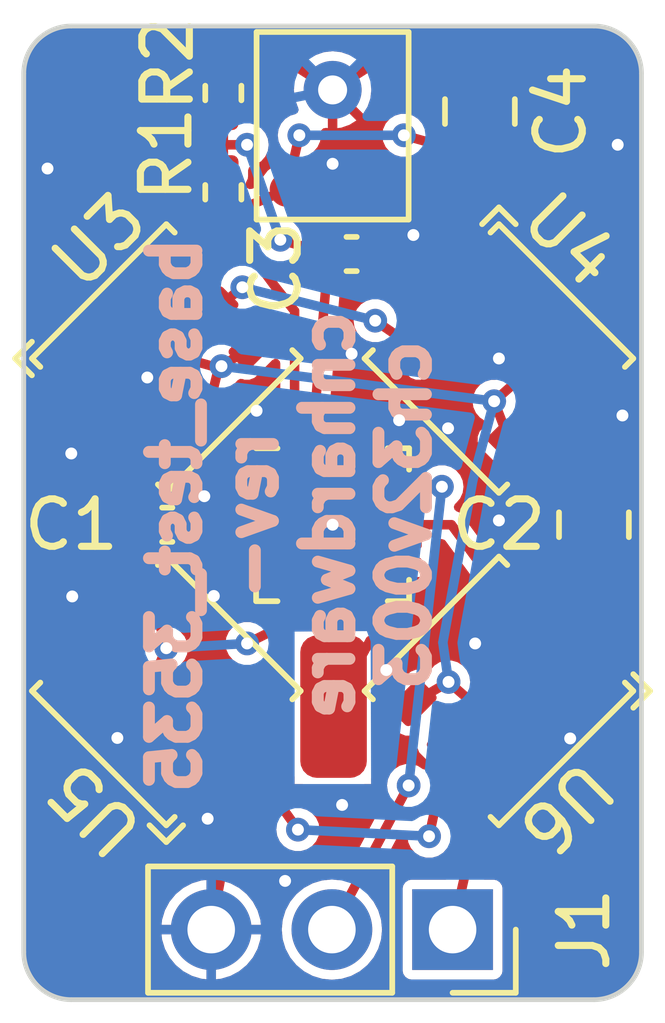
<source format=kicad_pcb>
(kicad_pcb (version 20221018) (generator pcbnew)
  (layers (0 "F.Cu" signal) (31 "B.Cu" signal) (34 "B.Paste" user) (35 "F.Paste" user) (36 "B.SilkS" user "B.Silkscreen") (37 "F.SilkS" user "F.Silkscreen") (38 "B.Mask" user) (39 "F.Mask" user) (44 "Edge.Cuts" user))
  (net 0 "")
  (net 1 "VDD")
  (net 2 "GND")
  (net 3 "Net-(U2-OUT)")
  (net 4 "VCCMON")
  (net 5 "PD6")
  (net 6 "SWIO")
  (net 7 "PD7NRST")
  (net 8 "A1")
  (net 9 "A0")
  (net 11 "PC0")
  (net 12 "PC1")
  (net 13 "PC2")
  (net 15 "A2")
  (net 17 "WS2812B")
  (net 23 "Net-(U3-DIN)")
  (net 24 "Net-(U3-DOUT)")
  (net 28 "Net-(U5-DIN)")
  (footprint "cnhardware:touchpad_10x6.5mm_retircle" (layer "F.Cu") (at 83.52 64.33 180)
    (fp_text reference "J2" hide)
    (fp_text value "~")
    (pad "1" smd roundrect (at 0 0 180) (size 1.4 3) (layers "F.Cu") (net 15 "A2"))
  )
  (footprint "cnhardware:LC8812BC-3535RGBY" (layer "F.Cu") (at 87 64 -135)
    (fp_text reference "U6" (at 0.75 -2.75 -135 unlocked) (layer "F.SilkS"))
    (fp_text value "~")
    (fp_line (start -2.25 -2.25) (end -1.75 -2.25) (stroke (width 0.12)) (layer "F.SilkS"))
    (fp_line (start -2.25 -1.75) (end -2.25 -2.25) (stroke (width 0.12)) (layer "F.SilkS"))
    (fp_line (start -2 -2) (end 2 -2) (stroke (width 0.12)) (layer "F.SilkS"))
    (fp_line (start -2 -1.75) (end -2 -2) (stroke (width 0.12)) (layer "F.SilkS"))
    (fp_line (start -2 1.75) (end -2 2) (stroke (width 0.12)) (layer "F.SilkS"))
    (fp_line (start -2 2) (end 2 2) (stroke (width 0.12)) (layer "F.SilkS"))
    (fp_line (start 2 -2) (end 2 -1.75) (stroke (width 0.12)) (layer "F.SilkS"))
    (fp_line (start 2 2) (end 2 1.75) (stroke (width 0.12)) (layer "F.SilkS"))
    (pad "1" smd roundrect (at -1.45 -1.1 225) (size 0.9 0.6) (layers "F.Cu" "F.Paste" "F.Mask") (roundrect_rratio 0.15))
    (pad "2" smd roundrect (at -1.45 0 225) (size 0.9 0.6) (layers "F.Cu" "F.Paste" "F.Mask") (roundrect_rratio 0.15) (net 2 "GND"))
    (pad "3" smd roundrect (at -1.45 1.1 225) (size 0.9 0.6) (layers "F.Cu" "F.Paste" "F.Mask") (roundrect_rratio 0.15) (net 17 "WS2812B"))
    (pad "4" smd roundrect (at 1.45 1.1 225) (size 0.9 0.6) (layers "F.Cu" "F.Paste" "F.Mask") (roundrect_rratio 0.15) (net 1 "VDD"))
    (pad "5" smd roundrect (at 1.45 0 225) (size 0.9 0.6) (layers "F.Cu" "F.Paste" "F.Mask") (roundrect_rratio 0.15) (net 28 "Net-(U5-DIN)"))
    (pad "6" smd roundrect (at 1.45 -1.1 225) (size 0.9 0.6) (layers "F.Cu" "F.Paste" "F.Mask") (roundrect_rratio 0.15) (net 1 "VDD"))
  )
  (footprint "cnhardware:LC8812BC-3535RGBY" (layer "F.Cu") (at 80 64 135)
    (fp_text reference "U5" (at -0.707107 -2.828427 135 unlocked) (layer "F.SilkS"))
    (fp_text value "~")
    (fp_line (start -2.25 -2.25) (end -1.75 -2.25) (stroke (width 0.12)) (layer "F.SilkS"))
    (fp_line (start -2.25 -1.75) (end -2.25 -2.25) (stroke (width 0.12)) (layer "F.SilkS"))
    (fp_line (start -2 -2) (end 2 -2) (stroke (width 0.12)) (layer "F.SilkS"))
    (fp_line (start -2 -1.75) (end -2 -2) (stroke (width 0.12)) (layer "F.SilkS"))
    (fp_line (start -2 1.75) (end -2 2) (stroke (width 0.12)) (layer "F.SilkS"))
    (fp_line (start -2 2) (end 2 2) (stroke (width 0.12)) (layer "F.SilkS"))
    (fp_line (start 2 -2) (end 2 -1.75) (stroke (width 0.12)) (layer "F.SilkS"))
    (fp_line (start 2 2) (end 2 1.75) (stroke (width 0.12)) (layer "F.SilkS"))
    (pad "1" smd roundrect (at -1.45 -1.1 135) (size 0.9 0.6) (layers "F.Cu" "F.Paste" "F.Mask") (roundrect_rratio 0.15))
    (pad "2" smd roundrect (at -1.45 0 135) (size 0.9 0.6) (layers "F.Cu" "F.Paste" "F.Mask") (roundrect_rratio 0.15) (net 2 "GND"))
    (pad "3" smd roundrect (at -1.45 1.1 135) (size 0.9 0.6) (layers "F.Cu" "F.Paste" "F.Mask") (roundrect_rratio 0.15) (net 28 "Net-(U5-DIN)"))
    (pad "4" smd roundrect (at 1.45 1.1 135) (size 0.9 0.6) (layers "F.Cu" "F.Paste" "F.Mask") (roundrect_rratio 0.15) (net 1 "VDD"))
    (pad "5" smd roundrect (at 1.45 0 135) (size 0.9 0.6) (layers "F.Cu" "F.Paste" "F.Mask") (roundrect_rratio 0.15) (net 23 "Net-(U3-DIN)"))
    (pad "6" smd roundrect (at 1.45 -1.1 135) (size 0.9 0.6) (layers "F.Cu" "F.Paste" "F.Mask") (roundrect_rratio 0.15) (net 1 "VDD"))
  )
  (footprint "Capacitor_SMD:C_0805_2012Metric" (layer "F.Cu") (at 89 60.5 -90)
    (fp_text reference "C2" (at 0 2 -180) (layer "F.SilkS"))
    (fp_text value "22uF")
    (fp_line (start -0.261252 -0.735) (end 0.261252 -0.735) (stroke (width 0.12)) (layer "F.SilkS"))
    (fp_line (start -0.261252 0.735) (end 0.261252 0.735) (stroke (width 0.12)) (layer "F.SilkS"))
    (pad "1" smd roundrect (at -0.95 0 270) (size 1 1.45) (layers "F.Cu" "F.Paste" "F.Mask") (net 1 "VDD"))
    (pad "2" smd roundrect (at 0.95 0 270) (size 1 1.45) (layers "F.Cu" "F.Paste" "F.Mask") (net 2 "GND"))
  )
  (footprint "cnhardware:LC8812BC-3535RGBY" (layer "F.Cu") (at 87 57 -45)
    (fp_text reference "U4" (at -0.707107 -2.828427 -45 unlocked) (layer "F.SilkS"))
    (fp_text value "~")
    (fp_line (start -2.25 -2.25) (end -1.75 -2.25) (stroke (width 0.12)) (layer "F.SilkS"))
    (fp_line (start -2.25 -1.75) (end -2.25 -2.25) (stroke (width 0.12)) (layer "F.SilkS"))
    (fp_line (start -2 -2) (end 2 -2) (stroke (width 0.12)) (layer "F.SilkS"))
    (fp_line (start -2 -1.75) (end -2 -2) (stroke (width 0.12)) (layer "F.SilkS"))
    (fp_line (start -2 1.75) (end -2 2) (stroke (width 0.12)) (layer "F.SilkS"))
    (fp_line (start -2 2) (end 2 2) (stroke (width 0.12)) (layer "F.SilkS"))
    (fp_line (start 2 -2) (end 2 -1.75) (stroke (width 0.12)) (layer "F.SilkS"))
    (fp_line (start 2 2) (end 2 1.75) (stroke (width 0.12)) (layer "F.SilkS"))
    (pad "1" smd roundrect (at -1.45 -1.1 315) (size 0.9 0.6) (layers "F.Cu" "F.Paste" "F.Mask") (roundrect_rratio 0.15))
    (pad "2" smd roundrect (at -1.45 0 315) (size 0.9 0.6) (layers "F.Cu" "F.Paste" "F.Mask") (roundrect_rratio 0.15) (net 2 "GND"))
    (pad "3" smd roundrect (at -1.45 1.1 315) (size 0.9 0.6) (layers "F.Cu" "F.Paste" "F.Mask") (roundrect_rratio 0.15) (net 24 "Net-(U3-DOUT)"))
    (pad "4" smd roundrect (at 1.45 1.1 315) (size 0.9 0.6) (layers "F.Cu" "F.Paste" "F.Mask") (roundrect_rratio 0.15) (net 1 "VDD"))
    (pad "5" smd roundrect (at 1.45 0 315) (size 0.9 0.6) (layers "F.Cu" "F.Paste" "F.Mask") (roundrect_rratio 0.15))
    (pad "6" smd roundrect (at 1.45 -1.1 315) (size 0.9 0.6) (layers "F.Cu" "F.Paste" "F.Mask") (roundrect_rratio 0.15) (net 1 "VDD"))
  )
  (footprint "Capacitor_SMD:C_0402_1005Metric" (layer "F.Cu") (at 83.9 54.8 180)
    (fp_text reference "C3" (at 1.6 -0.3 90) (layer "F.SilkS"))
    (fp_text value "1u")
    (fp_line (start -0.107836 -0.36) (end 0.107836 -0.36) (stroke (width 0.12)) (layer "F.SilkS"))
    (fp_line (start -0.107836 0.36) (end 0.107836 0.36) (stroke (width 0.12)) (layer "F.SilkS"))
    (pad "1" smd roundrect (at -0.48 0 180) (size 0.56 0.62) (layers "F.Cu" "F.Paste" "F.Mask") (net 3 "Net-(U2-OUT)"))
    (pad "2" smd roundrect (at 0.48 0 180) (size 0.56 0.62) (layers "F.Cu" "F.Paste" "F.Mask") (net 4 "VCCMON"))
  )
  (footprint "Resistor_SMD:R_0402_1005Metric" (layer "F.Cu") (at 81.199999 51.41 90)
    (fp_text reference "R2" (at 0.61 -1.17 90) (layer "F.SilkS"))
    (fp_text value "100k")
    (fp_line (start -0.153641 -0.38) (end 0.153641 -0.38) (stroke (width 0.12)) (layer "F.SilkS"))
    (fp_line (start -0.153641 0.38) (end 0.153641 0.38) (stroke (width 0.12)) (layer "F.SilkS"))
    (pad "1" smd roundrect (at -0.51 0 90) (size 0.54 0.64) (layers "F.Cu" "F.Paste" "F.Mask") (net 4 "VCCMON"))
    (pad "2" smd roundrect (at 0.51 0 90) (size 0.54 0.64) (layers "F.Cu" "F.Paste" "F.Mask") (net 2 "GND"))
  )
  (footprint "Capacitor_SMD:C_0805_2012Metric" (layer "F.Cu") (at 86.6 51.8 90)
    (fp_text reference "C4" (at 0 1.7 90) (layer "F.SilkS"))
    (fp_text value "22uF")
    (fp_line (start -0.261252 -0.735) (end 0.261252 -0.735) (stroke (width 0.12)) (layer "F.SilkS"))
    (fp_line (start -0.261252 0.735) (end 0.261252 0.735) (stroke (width 0.12)) (layer "F.SilkS"))
    (pad "1" smd roundrect (at -0.95 0 90) (size 1 1.45) (layers "F.Cu" "F.Paste" "F.Mask") (net 5 "PD6"))
    (pad "2" smd roundrect (at 0.95 0 90) (size 1 1.45) (layers "F.Cu" "F.Paste" "F.Mask") (net 2 "GND"))
  )
  (footprint "Capacitor_SMD:C_0402_1005Metric" (layer "F.Cu") (at 80.02 60.5)
    (fp_text reference "C1" (at -2.02 0) (layer "F.SilkS"))
    (fp_text value "1u")
    (fp_line (start -0.107836 -0.36) (end 0.107836 -0.36) (stroke (width 0.12)) (layer "F.SilkS"))
    (fp_line (start -0.107836 0.36) (end 0.107836 0.36) (stroke (width 0.12)) (layer "F.SilkS"))
    (pad "1" smd roundrect (at -0.48 0) (size 0.56 0.62) (layers "F.Cu" "F.Paste" "F.Mask") (net 1 "VDD"))
    (pad "2" smd roundrect (at 0.48 0) (size 0.56 0.62) (layers "F.Cu" "F.Paste" "F.Mask") (net 2 "GND"))
  )
  (footprint "Connector_PinSocket_2.54mm:PinSocket_1x03_P2.54mm_Vertical" (layer "F.Cu") (at 86.025 69.025 -90)
    (fp_text reference "J1" (at 0 -2.77 90) (layer "F.SilkS"))
    (fp_text value "PGM")
    (fp_line (start -1.33 1.27) (end -1.33 6.41) (stroke (width 0.12)) (layer "F.SilkS"))
    (fp_line (start -1.33 1.27) (end 1.33 1.27) (stroke (width 0.12)) (layer "F.SilkS"))
    (fp_line (start -1.33 6.41) (end 1.33 6.41) (stroke (width 0.12)) (layer "F.SilkS"))
    (fp_line (start 0 -1.33) (end 1.33 -1.33) (stroke (width 0.12)) (layer "F.SilkS"))
    (fp_line (start 1.33 -1.33) (end 1.33 0) (stroke (width 0.12)) (layer "F.SilkS"))
    (fp_line (start 1.33 1.27) (end 1.33 6.41) (stroke (width 0.12)) (layer "F.SilkS"))
    (pad "1" thru_hole rect (at 0 0 270) (size 1.7 1.7) (drill 1) (layers "*.Cu" "*.Mask") (net 1 "VDD"))
    (pad "2" thru_hole oval (at 0 2.54 270) (size 1.7 1.7) (drill 1) (layers "*.Cu" "*.Mask") (net 6 "SWIO"))
    (pad "3" thru_hole oval (at 0 5.08 270) (size 1.7 1.7) (drill 1) (layers "*.Cu" "*.Mask") (net 2 "GND"))
  )
  (footprint "cnhardware:GOERTEK-S08OB383-031-MemsMic" (layer "F.Cu") (at 83.5 51.345 180)
    (fp_text reference "U2" hide)
    (fp_text value "S08OB383-031")
    (fp_line (start -1.6 -2.73) (end 1.6 -2.73) (stroke (width 0.12)) (layer "F.SilkS"))
    (fp_line (start -1.6 1.22) (end -1.6 -2.73) (stroke (width 0.12)) (layer "F.SilkS"))
    (fp_line (start 1.6 -2.73) (end 1.6 1.22) (stroke (width 0.12)) (layer "F.SilkS"))
    (fp_line (start 1.6 1.22) (end -1.6 1.22) (stroke (width 0.12)) (layer "F.SilkS"))
    (pad "1" smd circle (at -0.965 -2.1 180) (size 0.72 0.72) (layers "F.Cu" "F.Paste" "F.Mask") (net 3 "Net-(U2-OUT)"))
    (pad "2" smd circle (at -1 0.64 180) (size 0.56 0.56) (layers "F.Cu" "F.Paste" "F.Mask") (net 2 "GND"))
    (pad "3" smd circle (at 1 0.64 180) (size 0.56 0.56) (layers "F.Cu" "F.Paste" "F.Mask") (net 2 "GND"))
    (pad "4" smd circle (at 0.965 -2.1 180) (size 0.72 0.72) (layers "F.Cu" "F.Paste" "F.Mask") (net 5 "PD6"))
    (pad "5" smd circle (at 0 -2.1 180) (size 0.61 0.61) (layers "F.Cu" "F.Paste" "F.Mask") (net 2 "GND"))
    (pad "6" thru_hole circle (at 0 0 180) (size 1.22 1.22) (drill 0.61) (layers "*.Cu" "*.Mask") (net 2 "GND"))
  )
  (footprint "Resistor_SMD:R_0402_1005Metric" (layer "F.Cu") (at 81.199999 53.5 -90)
    (fp_text reference "R1" (at -0.8 1.199999 90) (layer "F.SilkS"))
    (fp_text value "243k")
    (fp_line (start -0.153641 -0.38) (end 0.153641 -0.38) (stroke (width 0.12)) (layer "F.SilkS"))
    (fp_line (start -0.153641 0.38) (end 0.153641 0.38) (stroke (width 0.12)) (layer "F.SilkS"))
    (pad "1" smd roundrect (at -0.51 0 270) (size 0.54 0.64) (layers "F.Cu" "F.Paste" "F.Mask") (net 4 "VCCMON"))
    (pad "2" smd roundrect (at 0.51 0 270) (size 0.54 0.64) (layers "F.Cu" "F.Paste" "F.Mask") (net 5 "PD6"))
  )
  (footprint "Package_DFN_QFN:QFN-20-1EP_3x3mm_P0.4mm_EP1.65x1.65mm" (layer "F.Cu") (at 83.5 60.5)
    (fp_text reference "U1" hide)
    (fp_text value "CH32V003F4U6")
    (fp_line (start -1.61 1.61) (end -1.61 1.16) (stroke (width 0.12)) (layer "F.SilkS"))
    (fp_line (start -1.16 -1.61) (end -1.61 -1.61) (stroke (width 0.12)) (layer "F.SilkS"))
    (fp_line (start -1.16 1.61) (end -1.61 1.61) (stroke (width 0.12)) (layer "F.SilkS"))
    (fp_line (start 1.16 -1.61) (end 1.61 -1.61) (stroke (width 0.12)) (layer "F.SilkS"))
    (fp_line (start 1.16 1.61) (end 1.61 1.61) (stroke (width 0.12)) (layer "F.SilkS"))
    (fp_line (start 1.61 -1.61) (end 1.61 -1.16) (stroke (width 0.12)) (layer "F.SilkS"))
    (fp_line (start 1.61 1.61) (end 1.61 1.16) (stroke (width 0.12)) (layer "F.SilkS"))
    (pad "1" smd roundrect (at -1.45 -0.8) (size 0.85 0.2) (layers "F.Cu" "F.Paste" "F.Mask") (net 7 "PD7NRST"))
    (pad "2" smd roundrect (at -1.45 -0.4) (size 0.85 0.2) (layers "F.Cu" "F.Paste" "F.Mask") (net 8 "A1"))
    (pad "3" smd roundrect (at -1.45 0) (size 0.85 0.2) (layers "F.Cu" "F.Paste" "F.Mask") (net 9 "A0"))
    (pad "4" smd roundrect (at -1.45 0.4) (size 0.85 0.2) (layers "F.Cu" "F.Paste" "F.Mask") (net 2 "GND"))
    (pad "5" smd roundrect (at -1.45 0.8) (size 0.85 0.2) (layers "F.Cu" "F.Paste" "F.Mask"))
    (pad "6" smd roundrect (at -0.8 1.45) (size 0.2 0.85) (layers "F.Cu" "F.Paste" "F.Mask") (net 1 "VDD"))
    (pad "7" smd roundrect (at -0.4 1.45) (size 0.2 0.85) (layers "F.Cu" "F.Paste" "F.Mask") (net 11 "PC0"))
    (pad "8" smd roundrect (at 0 1.45) (size 0.2 0.85) (layers "F.Cu" "F.Paste" "F.Mask") (net 12 "PC1"))
    (pad "9" smd roundrect (at 0.4 1.45) (size 0.2 0.85) (layers "F.Cu" "F.Paste" "F.Mask") (net 13 "PC2"))
    (pad "10" smd roundrect (at 0.8 1.45) (size 0.2 0.85) (layers "F.Cu" "F.Paste" "F.Mask"))
    (pad "11" smd roundrect (at 1.45 0.8) (size 0.85 0.2) (layers "F.Cu" "F.Paste" "F.Mask") (net 15 "A2"))
    (pad "12" smd roundrect (at 1.45 0.4) (size 0.85 0.2) (layers "F.Cu" "F.Paste" "F.Mask"))
    (pad "13" smd roundrect (at 1.45 0) (size 0.85 0.2) (layers "F.Cu" "F.Paste" "F.Mask") (net 17 "WS2812B"))
    (pad "14" smd roundrect (at 1.45 -0.4) (size 0.85 0.2) (layers "F.Cu" "F.Paste" "F.Mask"))
    (pad "15" smd roundrect (at 1.45 -0.8) (size 0.85 0.2) (layers "F.Cu" "F.Paste" "F.Mask") (net 6 "SWIO"))
    (pad "16" smd roundrect (at 0.8 -1.45) (size 0.2 0.85) (layers "F.Cu" "F.Paste" "F.Mask"))
    (pad "17" smd roundrect (at 0.4 -1.45) (size 0.2 0.85) (layers "F.Cu" "F.Paste" "F.Mask"))
    (pad "18" smd roundrect (at 0 -1.45) (size 0.2 0.85) (layers "F.Cu" "F.Paste" "F.Mask"))
    (pad "19" smd roundrect (at -0.4 -1.45) (size 0.2 0.85) (layers "F.Cu" "F.Paste" "F.Mask") (net 4 "VCCMON"))
    (pad "20" smd roundrect (at -0.8 -1.45) (size 0.2 0.85) (layers "F.Cu" "F.Paste" "F.Mask") (net 5 "PD6"))
    (pad "21" smd rect (at 0 0) (size 1.65 1.65) (layers "F.Cu" "F.Mask") (net 2 "GND"))
  )
  (footprint "cnhardware:LC8812BC-3535RGBY" (layer "F.Cu") (at 80 57 45)
    (fp_text reference "U3" (at 0.75 -2.75 45 unlocked) (layer "F.SilkS"))
    (fp_text value "~")
    (fp_line (start -2.25 -2.25) (end -1.75 -2.25) (stroke (width 0.12)) (layer "F.SilkS"))
    (fp_line (start -2.25 -1.75) (end -2.25 -2.25) (stroke (width 0.12)) (layer "F.SilkS"))
    (fp_line (start -2 -2) (end 2 -2) (stroke (width 0.12)) (layer "F.SilkS"))
    (fp_line (start -2 -1.75) (end -2 -2) (stroke (width 0.12)) (layer "F.SilkS"))
    (fp_line (start -2 1.75) (end -2 2) (stroke (width 0.12)) (layer "F.SilkS"))
    (fp_line (start -2 2) (end 2 2) (stroke (width 0.12)) (layer "F.SilkS"))
    (fp_line (start 2 -2) (end 2 -1.75) (stroke (width 0.12)) (layer "F.SilkS"))
    (fp_line (start 2 2) (end 2 1.75) (stroke (width 0.12)) (layer "F.SilkS"))
    (pad "1" smd roundrect (at -1.45 -1.1 45) (size 0.9 0.6) (layers "F.Cu" "F.Paste" "F.Mask") (roundrect_rratio 0.15))
    (pad "2" smd roundrect (at -1.45 0 45) (size 0.9 0.6) (layers "F.Cu" "F.Paste" "F.Mask") (roundrect_rratio 0.15) (net 2 "GND"))
    (pad "3" smd roundrect (at -1.45 1.1 45) (size 0.9 0.6) (layers "F.Cu" "F.Paste" "F.Mask") (roundrect_rratio 0.15) (net 23 "Net-(U3-DIN)"))
    (pad "4" smd roundrect (at 1.45 1.1 45) (size 0.9 0.6) (layers "F.Cu" "F.Paste" "F.Mask") (roundrect_rratio 0.15) (net 1 "VDD"))
    (pad "5" smd roundrect (at 1.45 0 45) (size 0.9 0.6) (layers "F.Cu" "F.Paste" "F.Mask") (roundrect_rratio 0.15) (net 24 "Net-(U3-DOUT)"))
    (pad "6" smd roundrect (at 1.45 -1.1 45) (size 0.9 0.6) (layers "F.Cu" "F.Paste" "F.Mask") (roundrect_rratio 0.15) (net 1 "VDD"))
  )
  (gr_arc (start 89 50) (mid 89.707107 50.292893) (end 90 51) (stroke (width 0.1)) (layer "Edge.Cuts"))
  (gr_arc (start 78 70.5) (mid 77.292893 70.207107) (end 77 69.5) (stroke (width 0.1)) (layer "Edge.Cuts"))
  (gr_arc (start 77 51) (mid 77.292893 50.292893) (end 78 50) (stroke (width 0.1)) (layer "Edge.Cuts"))
  (gr_line (start 77 51) (end 77 69.5) (stroke (width 0.1)) (layer "Edge.Cuts"))
  (gr_line (start 89 50) (end 78 50) (stroke (width 0.1)) (layer "Edge.Cuts"))
  (gr_arc (start 90 69.5) (mid 89.707107 70.207107) (end 89 70.5) (stroke (width 0.1)) (layer "Edge.Cuts"))
  (gr_line (start 90 69.5) (end 90 51) (stroke (width 0.1)) (layer "Edge.Cuts"))
  (gr_line (start 78 70.5) (end 89 70.5) (stroke (width 0.1)) (layer "Edge.Cuts"))
  (gr_text "base_test_3535\nrev-\ncnhardware\nch32v003" (at 85.6 60.3 90) (layer "B.SilkS") (effects (font (size 1 1) (thickness 0.25) bold) (justify bottom mirror)))
  (segment (start 81.1 57.2) (end 80.4 57) (width 0.2) (layer "F.Cu") (net 1))
  (segment (start 86.9 57.9) (end 87.8 57.1) (width 0.2) (layer "F.Cu") (net 1))
  (segment (start 79 64.1) (end 78.196878 63.752513) (width 0.2) (layer "F.Cu") (net 1))
  (segment (start 86.752513 65.803122) (end 86.025 69.025) (width 0.2) (layer "F.Cu") (net 1))
  (segment (start 85.196878 64.247487) (end 85.94 63.81) (width 0.2) (layer "F.Cu") (net 1))
  (segment (start 82.7 62.5) (end 81.7 63) (width 0.2) (layer "F.Cu") (net 1))
  (segment (start 89 59.55) (end 88.803122 57.247487) (width 0.2) (layer "F.Cu") (net 1))
  (segment (start 79.54 60.5) (end 80.7 58.8) (width 0.2) (layer "F.Cu") (net 1))
  (segment (start 79.8 56.3) (end 79.7 55.8) (width 0.2) (layer "F.Cu") (net 1))
  (segment (start 87.8 57.1) (end 88.3 56.8) (width 0.2) (layer "F.Cu") (net 1))
  (segment (start 88.3 56.8) (end 88.803122 57.247487) (width 0.2) (layer "F.Cu") (net 1))
  (segment (start 79.7 55.8) (end 80.247487 55.196878) (width 0.2) (layer "F.Cu") (net 1))
  (segment (start 82.7 61.95) (end 82.7 62.5) (width 0.2) (layer "F.Cu") (net 1))
  (segment (start 81.161109 57.161109) (end 81.1 57.2) (width 0.2) (layer "F.Cu") (net 1))
  (segment (start 81.222217 57.122217) (end 81.161109 57.161109) (width 0.2) (layer "F.Cu") (net 1))
  (segment (start 80 63.1) (end 79.7 63.8) (width 0.2) (layer "F.Cu") (net 1))
  (segment (start 80.4 57) (end 79.8 56.3) (width 0.2) (layer "F.Cu") (net 1))
  (segment (start 86.5 64.3) (end 86.9 64.8) (width 0.2) (layer "F.Cu") (net 1))
  (segment (start 85.94 63.81) (end 86.5 64.3) (width 0.2) (layer "F.Cu") (net 1))
  (segment (start 87.247487 58.803122) (end 86.9 57.9) (width 0.2) (layer "F.Cu") (net 1))
  (segment (start 79.54 60.5) (end 79.752513 62.196878) (width 0.2) (layer "F.Cu") (net 1))
  (segment (start 80.7 58.8) (end 81.1 57.2) (width 0.2) (layer "F.Cu") (net 1))
  (segment (start 79.7 63.8) (end 79 64.1) (width 0.2) (layer "F.Cu") (net 1))
  (segment (start 86.9 64.8) (end 86.752513 65.803122) (width 0.2) (layer "F.Cu") (net 1))
  (segment (start 81.803122 56.752513) (end 81.222217 57.122217) (width 0.2) (layer "F.Cu") (net 1))
  (segment (start 79.752513 62.196878) (end 80 63.1) (width 0.2) (layer "F.Cu") (net 1))
  (via (at 85.94 63.81) (size 0.5) (drill 0.25) (layers "F.Cu" "B.Cu") (net 1))
  (via (at 80 63.1) (size 0.5) (drill 0.25) (layers "F.Cu" "B.Cu") (net 1))
  (via (at 86.9 57.9) (size 0.5) (drill 0.25) (layers "F.Cu" "B.Cu") (net 1))
  (via (at 81.161109 57.161109) (size 0.5) (drill 0.25) (layers "F.Cu" "B.Cu") (net 1))
  (via (at 81.7 63) (size 0.5) (drill 0.25) (layers "F.Cu" "B.Cu") (net 1))
  (segment (start 81.161109 57.161109) (end 86.9 57.9) (width 0.2) (layer "B.Cu") (net 1))
  (segment (start 86.45 59.57) (end 86.9 57.9) (width 0.2) (layer "B.Cu") (net 1))
  (segment (start 85.94 63.81) (end 85.82 62.98) (width 0.2) (layer "B.Cu") (net 1))
  (segment (start 85.82 62.98) (end 86.45 59.57) (width 0.2) (layer "B.Cu") (net 1))
  (segment (start 81.7 63) (end 80 63.1) (width 0.2) (layer "B.Cu") (net 1))
  (segment (start 83.5 51.345) (end 82.5 50.705) (width 0.2) (layer "F.Cu") (net 2))
  (segment (start 81 62) (end 81.2 60.9) (width 0.2) (layer "F.Cu") (net 2))
  (segment (start 88.025305 62.974695) (end 89 61.45) (width 0.2) (layer "F.Cu") (net 2))
  (segment (start 80.945 69.025) (end 81.5 66) (width 0.2) (layer "F.Cu") (net 2))
  (segment (start 84.5 50.705) (end 86.6 50.85) (width 0.2) (layer "F.Cu") (net 2))
  (segment (start 81.5 66) (end 81.025305 65.025305) (width 0.2) (layer "F.Cu") (net 2))
  (segment (start 80.5 60.5) (end 80.8 59.9) (width 0.2) (layer "F.Cu") (net 2))
  (segment (start 83.5 53.445) (end 83.5 52.9) (width 0.2) (layer "F.Cu") (net 2))
  (segment (start 81.2 60.9) (end 82.05 60.9) (width 0.2) (layer "F.Cu") (net 2))
  (segment (start 81.2 60.9) (end 80.5 60.5) (width 0.2) (layer "F.Cu") (net 2))
  (segment (start 86.5 63) (end 84.63 63.56) (width 0.2) (layer "F.Cu") (net 2))
  (segment (start 82.5 50.705) (end 81.199999 50.9) (width 0.2) (layer "F.Cu") (net 2))
  (segment (start 81.025305 65.025305) (end 80.5 64.3) (width 0.2) (layer "F.Cu") (net 2))
  (segment (start 80.5 64.3) (end 81 62) (width 0.2) (layer "F.Cu") (net 2))
  (segment (start 85.974695 55.974695) (end 85.2 54.4) (width 0.2) (layer "F.Cu") (net 2))
  (segment (start 82.05 60.9) (end 83.1 60.9) (width 0.2) (layer "F.Cu") (net 2))
  (segment (start 78.974695 58.025305) (end 79.6 57.4) (width 0.2) (layer "F.Cu") (net 2))
  (segment (start 83.5 51.345) (end 84.5 50.705) (width 0.2) (layer "F.Cu") (net 2))
  (segment (start 83.5 52.9) (end 83.5 51.345) (width 0.2) (layer "F.Cu") (net 2))
  (segment (start 88.025305 62.974695) (end 86.5 63) (width 0.2) (layer "F.Cu") (net 2))
  (via (at 85.93 58.47) (size 0.5) (drill 0.25) (layers "F.Cu" "B.Cu") (net 2))
  (via (at 83.5 52.9) (size 0.5) (drill 0.25) (layers "F.Cu" "B.Cu") (net 2))
  (via (at 83.9 56.9) (size 0.5) (drill 0.25) (layers "F.Cu" "B.Cu") (net 2))
  (via (at 80.87 66.69) (size 0.5) (drill 0.25) (layers "F.Cu" "B.Cu") (net 2))
  (via (at 85.2 54.4) (size 0.5) (drill 0.25) (layers "F.Cu" "B.Cu") (net 2))
  (via (at 81.9 58.1) (size 0.5) (drill 0.25) (layers "F.Cu" "B.Cu") (net 2))
  (via (at 77.5 53) (size 0.5) (drill 0.25) (layers "F.Cu" "B.Cu") (net 2))
  (via (at 79.6 57.4) (size 0.5) (drill 0.25) (layers "F.Cu" "B.Cu") (net 2))
  (via (at 81 62) (size 0.5) (drill 0.25) (layers "F.Cu" "B.Cu") (net 2))
  (via (at 83.5 60.5) (size 0.5) (drill 0.25) (layers "F.Cu" "B.Cu") (net 2))
  (via (at 87 60.41) (size 0.5) (drill 0.25) (layers "F.Cu" "B.Cu") (net 2))
  (via (at 84.63 63.56) (size 0.5) (drill 0.25) (layers "F.Cu" "B.Cu") (net 2))
  (via (at 87 57) (size 0.5) (drill 0.25) (layers "F.Cu" "B.Cu") (net 2))
  (via (at 78 59) (size 0.5) (drill 0.25) (layers "F.Cu" "B.Cu") (net 2))
  (via (at 89.5 52.5) (size 0.5) (drill 0.25) (layers "F.Cu" "B.Cu") (net 2))
  (via (at 86.5 63) (size 0.5) (drill 0.25) (layers "F.Cu" "B.Cu") (net 2))
  (via (at 78.02 62.01) (size 0.5) (drill 0.25) (layers "F.Cu" "B.Cu") (net 2))
  (via (at 82.5 68) (size 0.5) (drill 0.25) (layers "F.Cu" "B.Cu") (net 2))
  (via (at 78.97 64.99) (size 0.5) (drill 0.25) (layers "F.Cu" "B.Cu") (net 2))
  (via (at 83.7 66.4) (size 0.5) (drill 0.25) (layers "F.Cu" "B.Cu") (net 2))
  (via (at 89.6 58.2) (size 0.5) (drill 0.25) (layers "F.Cu" "B.Cu") (net 2))
  (via (at 88.5 65) (size 0.5) (drill 0.25) (layers "F.Cu" "B.Cu") (net 2))
  (via (at 80.8 59.9) (size 0.5) (drill 0.25) (layers "F.Cu" "B.Cu") (net 2))
  (via (at 84.9 58.3) (size 0.5) (drill 0.25) (layers "F.Cu" "B.Cu") (net 2))
  (segment (start 81.2 51.8) (end 83.5 51.345) (width 0.2) (layer "B.Cu") (net 2))
  (segment (start 80.8 59.9) (end 79.6 57.4) (width 0.2) (layer "B.Cu") (net 2))
  (segment (start 84.63 63.56) (end 83.5 60.5) (width 0.2) (layer "B.Cu") (net 2))
  (segment (start 79.6 57.4) (end 81.2 51.8) (width 0.2) (layer "B.Cu") (net 2))
  (segment (start 85.2 54.4) (end 83.5 52.9) (width 0.2) (layer "B.Cu") (net 2))
  (segment (start 84.38 54.8) (end 84.465 53.445) (width 0.2) (layer "F.Cu") (net 3))
  (segment (start 81.199999 52.99) (end 81.199999 52.5) (width 0.2) (layer "F.Cu") (net 4))
  (segment (start 83.1 58.4) (end 83.42 54.8) (width 0.2) (layer "F.Cu") (net 4))
  (segment (start 81.7 52.5) (end 81.199999 52.5) (width 0.2) (layer "F.Cu") (net 4))
  (segment (start 83.1 59.05) (end 83.1 58.4) (width 0.2) (layer "F.Cu") (net 4))
  (segment (start 81.199999 52.5) (end 81.199999 51.92) (width 0.2) (layer "F.Cu") (net 4))
  (segment (start 83.42 54.8) (end 82.4 54.5) (width 0.2) (layer "F.Cu") (net 4))
  (via (at 81.7 52.5) (size 0.5) (drill 0.25) (layers "F.Cu" "B.Cu") (net 4))
  (via (at 82.4 54.5) (size 0.5) (drill 0.25) (layers "F.Cu" "B.Cu") (net 4))
  (segment (start 82.4 54.5) (end 81.7 52.5) (width 0.2) (layer "B.Cu") (net 4))
  (segment (start 82.7 56) (end 82.3 55.5) (width 0.2) (layer "F.Cu") (net 5))
  (segment (start 82.3 55.5) (end 81.199999 54.01) (width 0.2) (layer "F.Cu") (net 5))
  (segment (start 82.8 52.3) (end 82.535 53.445) (width 0.2) (layer "F.Cu") (net 5))
  (segment (start 86.6 52.75) (end 85 52.3) (width 0.2) (layer "F.Cu") (net 5))
  (segment (start 81.199999 54.01) (end 82.535 53.445) (width 0.2) (layer "F.Cu") (net 5))
  (segment (start 82.7 59.05) (end 82.7 56) (width 0.2) (layer "F.Cu") (net 5))
  (via (at 82.8 52.3) (size 0.5) (drill 0.25) (layers "F.Cu" "B.Cu") (net 5))
  (via (at 85 52.3) (size 0.5) (drill 0.25) (layers "F.Cu" "B.Cu") (net 5))
  (segment (start 85 52.3) (end 82.8 52.3) (width 0.2) (layer "B.Cu") (net 5))
  (segment (start 85.1 65.99) (end 83.485 69.025) (width 0.2) (layer "F.Cu") (net 6))
  (segment (start 84.95 59.7) (end 85.8 59.7) (width 0.2) (layer "F.Cu") (net 6))
  (via (at 85.1 65.99) (size 0.5) (drill 0.25) (layers "F.Cu" "B.Cu") (net 6))
  (via (at 85.8 59.7) (size 0.5) (drill 0.25) (layers "F.Cu" "B.Cu") (net 6))
  (segment (start 85.8 59.7) (end 85.1 65.99) (width 0.2) (layer "B.Cu") (net 6))
  (segment (start 84.81 62.6) (end 84.95 61.3) (width 0.2) (layer "F.Cu") (net 15))
  (segment (start 84.29 62.94) (end 84.81 62.6) (width 0.2) (layer "F.Cu") (net 15))
  (segment (start 83.52 64.33) (end 84.29 62.94) (width 0.2) (layer "F.Cu") (net 15))
  (segment (start 86 60.5) (end 87.247487 62.196878) (width 0.2) (layer "F.Cu") (net 17))
  (segment (start 84.95 60.5) (end 86 60.5) (width 0.2) (layer "F.Cu") (net 17))
  (segment (start 78.974695 62.974695) (end 78.7 62.1) (width 0.2) (layer "F.Cu") (net 23))
  (segment (start 78.8 60) (end 79.752513 58.803122) (width 0.2) (layer "F.Cu") (net 23))
  (segment (start 78.7 62.1) (end 78.8 60) (width 0.2) (layer "F.Cu") (net 23))
  (segment (start 84.396551 56.203449) (end 85.196878 56.752513) (width 0.2) (layer "F.Cu") (net 24))
  (segment (start 81.025305 55.974695) (end 81.6 55.5) (width 0.2) (layer "F.Cu") (net 24))
  (via (at 84.396551 56.203449) (size 0.5) (drill 0.25) (layers "F.Cu" "B.Cu") (net 24))
  (via (at 81.6 55.5) (size 0.5) (drill 0.25) (layers "F.Cu" "B.Cu") (net 24))
  (segment (start 81.6 55.5) (end 84.396551 56.203449) (width 0.2) (layer "B.Cu") (net 24))
  (segment (start 85.974695 65.025305) (end 85.53 67.06) (width 0.2) (layer "F.Cu") (net 28))
  (segment (start 82.04 65.9) (end 81.803122 64.247487) (width 0.2) (layer "F.Cu") (net 28))
  (segment (start 82.77 66.92) (end 82.04 65.9) (width 0.2) (layer "F.Cu") (net 28))
  (via (at 85.53 67.06) (size 0.5) (drill 0.25) (layers "F.Cu" "B.Cu") (net 28))
  (via (at 82.77 66.92) (size 0.5) (drill 0.25) (layers "F.Cu" "B.Cu") (net 28))
  (segment (start 85.53 67.06) (end 82.77 66.92) (width 0.2) (layer "B.Cu") (net 28))
  (zone (net 0) (net_name "") (layers "F&B.Cu") (connect_pads (clearance 0)) (min_thickness 0.25)
    (keepout (tracks allowed) (vias allowed) (pads allowed) (copperpour not_allowed) (footprints allowed))
    (fill (thermal_gap 0.5) (thermal_bridge_width 0.5))
    (polygon (pts (xy 82.7 62.75) (xy 84.3 62.74) (xy 84.31 65.96) (xy 82.7 65.96)))
  )
  (zone (net 2) (net_name "GND") (layers "F&B.Cu") (connect_pads (clearance 0.2)) (min_thickness 0.2) (fill yes (thermal_gap 0.2) (thermal_bridge_width 0.2))
    (polygon (pts (xy 76.5 49.5) (xy 90.5 49.5) (xy 90.5 71) (xy 76.5 71)))
  )
)
</source>
